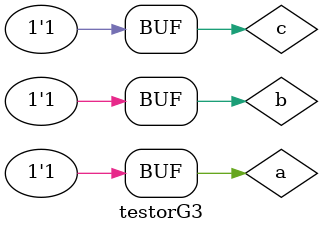
<source format=v>

module orG2(output s,
input x,
input y);
assign s = x|y;

endmodule

module orG3(output s, input p, input q, input r);
wire s1;

orG2 OR1(s1, p, q);
orG2 OR2(s, r, s1);

endmodule

module testorG3;
reg a,b,c;
wire s;

orG3 OR3(s, a, b, c);
initial begin:start
a=0;
end


initial begin:main
$display("Bernardo MP Olimpio - 451542"); 
$display("Test AND 3 entradas versao 2");
a=0;b=0;c=0;
$monitor("%b & %b & %b = %b", a, b, c, s); 
#1 a=0; b=0; c=0; 
#1 a=0; b=0; c=1;
#1 a=0; b=1; c=0;
#1 a=0; b=1; c=1;
#1 a=1; b=0; c=0; 
#1 a=1; b=0; c=1;
#1 a=1; b=1; c=0;
#1 a=1; b=1; c=1;
end
endmodule  

</source>
